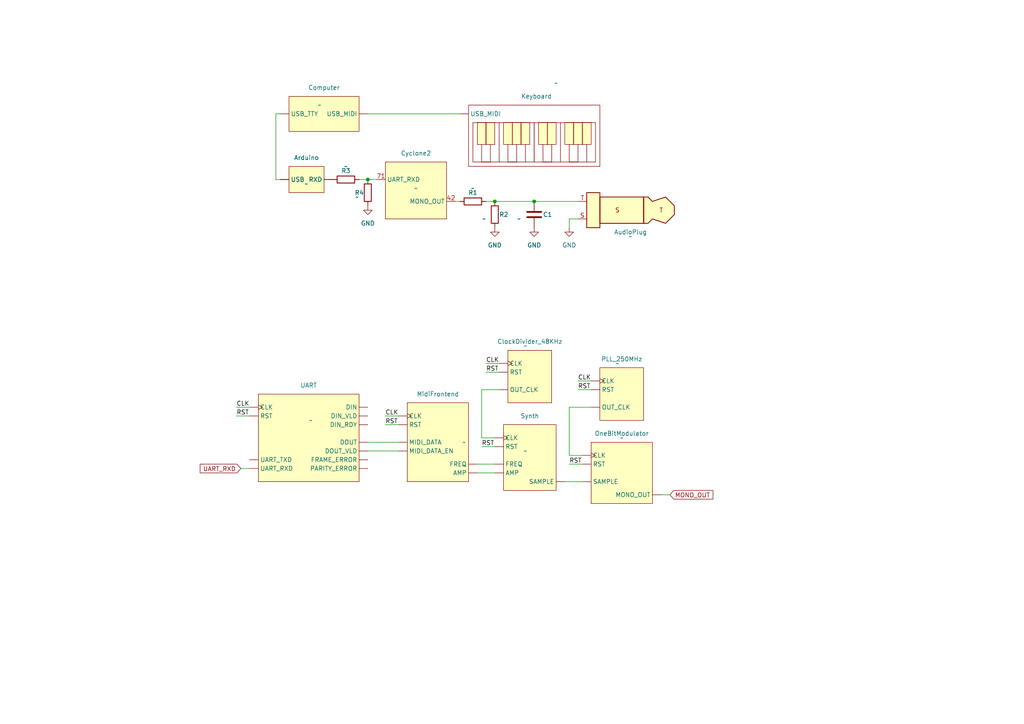
<source format=kicad_sch>
(kicad_sch (version 20230121) (generator eeschema)
  (paper "A4")
  (lib_symbols
    (symbol "Connector_Audio:AudioPlug2"
      (property "Reference" "J" (at 10.16 6.35 0))
      (property "Value" "AudioPlug2" (at 10.16 -6.35 0))
      (symbol "AudioPlug2_0_0"
        (text "S" (at 3.81 0 0) (effects (font (size 1.27 1.27))))
        (text "T" (at -8.89 0 0) (effects (font (size 1.27 1.27))))
      )
      (symbol "AudioPlug2_0_1"
        (rectangle (start -3.81 3.81) (end 8.89 -3.81) (stroke (width 0.254)) (fill (type background)))
        (polyline (pts (xy -3.81 3.81) (xy -5.08 3.81) (xy -6.35 2.54) (xy -10.16 3.81) (xy -12.7 1.27) (xy -12.7 -1.27) (xy -10.16 -3.81) (xy -6.35 -2.54) (xy -5.08 -3.81) (xy -3.81 -3.81) (xy -3.81 3.81)) (stroke (width 0.254)) (fill (type background)))
        (rectangle (start 12.7 5.08) (end 8.89 -5.08) (stroke (width 0.254)) (fill (type background)))
      )
      (symbol "AudioPlug2_1_1"
        (pin passive line (at 15.24 2.54 180) (length 2.54) (name "~") (number "S"))
        (pin passive line (at 15.24 -2.54 180) (length 2.54) (name "~") (number "T"))
      )
    )
    (symbol "Device:C" (pin_numbers hide) (pin_names (offset 0.254))
      (property "Reference" "C" (at 0.635 2.54 0))
      (property "Value" "C" (at 0.635 -2.54 0))
      (symbol "C_0_1"
        (polyline (pts (xy -2.032 -0.762) (xy 2.032 -0.762)) (stroke (width 0.508)))
        (polyline (pts (xy -2.032 0.762) (xy 2.032 0.762)) (stroke (width 0.508)))
      )
      (symbol "C_1_1"
        (pin passive line (at 0 3.81 270) (length 2.794) (name "~") (number "1"))
        (pin passive line (at 0 -3.81 90) (length 2.794) (name "~") (number "2"))
      )
    )
    (symbol "Device:R" (pin_numbers hide) (pin_names (offset 0))
      (property "Reference" "R" (at 2.032 0 90))
      (property "Value" "R" (at 0 0 90))
      (symbol "R_0_1"
        (rectangle (start -1.016 -2.54) (end 1.016 2.54) (stroke (width 0.254)))
      )
      (symbol "R_1_1"
        (pin passive line (at 0 3.81 270) (length 1.27) (name "~") (number "1"))
        (pin passive line (at 0 -3.81 90) (length 1.27) (name "~") (number "2"))
      )
    )
    (symbol "power:GND" (power) (pin_names (offset 0))
      (property "Value" "GND" (at 0 -3.81 0))
      (symbol "GND_0_1"
        (polyline (pts (xy 0 0) (xy 0 -1.27) (xy 1.27 -1.27) (xy 0 -2.54) (xy -1.27 -1.27) (xy 0 -1.27)))
      )
      (symbol "GND_1_1"
        (pin power_in line (at 0 0 270) (length 0) hide (name "GND") (number "1"))
      )
    )
    (symbol "practica_3:Arduino"
      (property "Reference" "Arduino" (at 0 6.35 0))
      (symbol "Arduino_1_1"
        (rectangle (start -5.08 5.08) (end 5.08 -2.54) (fill (type background)))
        (pin output line (at 7.62 1.27 180) (length 2.54) (name "RXD") (number ""))
        (pin bidirectional line (at -7.62 1.27 0) (length 2.54) (name "USB") (number ""))
      )
    )
    (symbol "practica_3:ClockDivider"
      (property "Reference" "ClockDivider" (at 0 0 0))
      (symbol "ClockDivider_1_1"
        (rectangle (start -6.35 -1.27) (end 6.35 -16.51) (fill (type background)))
        (pin input clock (at -8.89 -5.08 0) (length 2.54) (name "CLK") (number ""))
        (pin output line (at -8.89 -12.7 0) (length 2.54) (name "OUT_CLK") (number ""))
        (pin input line (at -8.89 -7.62 0) (length 2.54) (name "RST") (number ""))
      )
    )
    (symbol "practica_3:Computer"
      (property "Reference" "Computer" (at 1.27 5.08 0))
      (symbol "Computer_1_1"
        (rectangle (start -8.89 2.54) (end 11.43 -7.62) (fill (type background)))
        (pin input line (at 13.97 -2.54 180) (length 2.54) (name "USB_MIDI") (number ""))
        (pin output line (at -11.43 -2.54 0) (length 2.54) (name "USB_TTY") (number ""))
      )
    )
    (symbol "practica_3:Cyclone_2"
      (property "Reference" "Cyclone2" (at 0 8.89 0))
      (symbol "Cyclone_2_1_1"
        (rectangle (start -8.89 7.62) (end 8.89 -8.89) (fill (type background)))
        (pin output line (at 11.43 -3.81 180) (length 2.54) (name "MONO_OUT") (number "42"))
        (pin input line (at -11.43 2.54 0) (length 2.54) (name "UART_RXD") (number "71"))
      )
    )
    (symbol "practica_3:Keyboard"
      (property "Reference" "Keyboard" (at 0 10.16 0))
      (symbol "Keyboard_0_1"
        (rectangle (start -17.78 2.54) (end 0 -8.89))
        (polyline (pts (xy -10.16 2.54) (xy -10.16 -8.89)))
        (polyline (pts (xy -2.54 -3.81) (xy -2.54 -8.89)))
        (polyline (pts (xy 7.62 2.54) (xy 7.62 -8.89)))
        (polyline (pts (xy 15.24 -3.81) (xy 15.24 -8.89)))
        (polyline (pts (xy -15.24 -3.81) (xy -15.24 -8.89) (xy -12.7 -8.89) (xy -12.7 -3.81)))
        (polyline (pts (xy -7.62 -3.81) (xy -7.62 -8.89) (xy -5.08 -8.89) (xy -5.08 -3.81)))
        (polyline (pts (xy 2.54 -3.81) (xy 2.54 -8.89) (xy 5.08 -8.89) (xy 5.08 -3.81)))
        (polyline (pts (xy 10.16 -3.81) (xy 10.16 -8.89) (xy 12.7 -8.89) (xy 12.7 -3.81)))
        (rectangle (start 0 2.54) (end 17.78 -8.89))
      )
      (symbol "Keyboard_1_1"
        (rectangle (start -19.05 7.62) (end 19.05 -10.16))
        (rectangle (start -16.51 2.54) (end -13.97 -3.81) (fill (type background)))
        (rectangle (start -13.97 2.54) (end -11.43 -3.81) (fill (type background)))
        (rectangle (start -8.89 2.54) (end -6.35 -3.81) (fill (type background)))
        (rectangle (start -6.35 2.54) (end -3.81 -3.81) (fill (type background)))
        (rectangle (start -3.81 2.54) (end -1.27 -3.81) (fill (type background)))
        (rectangle (start 1.27 2.54) (end 3.81 -3.81) (fill (type background)))
        (rectangle (start 3.81 2.54) (end 6.35 -3.81) (fill (type background)))
        (rectangle (start 8.89 2.54) (end 11.43 -3.81) (fill (type background)))
        (rectangle (start 11.43 2.54) (end 13.97 -3.81) (fill (type background)))
        (rectangle (start 13.97 2.54) (end 16.51 -3.81) (fill (type background)))
        (pin output line (at -21.59 5.08 0) (length 2.54) (name "USB_MIDI") (number ""))
      )
    )
    (symbol "practica_3:MidiFrontend"
      (property "Reference" "MidiFrontend" (at 0 13.97 0))
      (symbol "MidiFrontend_1_1"
        (rectangle (start -8.89 11.43) (end 8.89 -11.43) (fill (type background)))
        (pin output line (at 11.43 -8.89 180) (length 2.54) (name "AMP") (number ""))
        (pin input clock (at -11.43 7.62 0) (length 2.54) (name "CLK") (number ""))
        (pin output line (at 11.43 -6.35 180) (length 2.54) (name "FREQ") (number ""))
        (pin input line (at -11.43 0 0) (length 2.54) (name "MIDI_DATA") (number ""))
        (pin input line (at -11.43 -2.54 0) (length 2.54) (name "MIDI_DATA_EN") (number ""))
        (pin input line (at -11.43 5.08 0) (length 2.54) (name "RST") (number ""))
      )
    )
    (symbol "practica_3:OneBitModulator"
      (property "Reference" "OneBitModulator" (at 0 1.27 0))
      (symbol "OneBitModulator_1_1"
        (rectangle (start -8.89 -1.27) (end 8.89 -19.05) (fill (type background)))
        (pin input clock (at -11.43 -5.08 0) (length 2.54) (name "CLK") (number ""))
        (pin output line (at 11.43 -16.51 180) (length 2.54) (name "MONO_OUT") (number ""))
        (pin input line (at -11.43 -7.62 0) (length 2.54) (name "RST") (number ""))
        (pin input line (at -11.43 -12.7 0) (length 2.54) (name "SAMPLE") (number ""))
      )
    )
    (symbol "practica_3:Synth"
      (property "Reference" "Synth" (at 0 10.16 0))
      (symbol "Synth_1_1"
        (rectangle (start -7.62 7.62) (end 7.62 -11.43) (fill (type background)))
        (pin input line (at -10.16 -6.35 0) (length 2.54) (name "AMP") (number ""))
        (pin input clock (at -10.16 3.81 0) (length 2.54) (name "CLK") (number ""))
        (pin input line (at -10.16 -3.81 0) (length 2.54) (name "FREQ") (number ""))
        (pin input line (at -10.16 1.27 0) (length 2.54) (name "RST") (number ""))
        (pin output line (at 10.16 -8.89 180) (length 2.54) (name "SAMPLE") (number ""))
      )
    )
    (symbol "practica_3:UART"
      (property "Reference" "UART" (at 0 10.16 0))
      (symbol "UART_1_1"
        (rectangle (start -15.24 7.62) (end 13.97 -17.78) (fill (type background)))
        (pin input clock (at -17.78 3.81 0) (length 2.54) (name "CLK") (number ""))
        (pin input line (at 16.51 3.81 180) (length 2.54) (name "DIN") (number ""))
        (pin output line (at 16.51 -1.27 180) (length 2.54) (name "DIN_RDY") (number ""))
        (pin input line (at 16.51 1.27 180) (length 2.54) (name "DIN_VLD") (number ""))
        (pin output line (at 16.51 -6.35 180) (length 2.54) (name "DOUT") (number ""))
        (pin output line (at 16.51 -8.89 180) (length 2.54) (name "DOUT_VLD") (number ""))
        (pin output line (at 16.51 -11.43 180) (length 2.54) (name "FRAME_ERROR") (number ""))
        (pin output line (at 16.51 -13.97 180) (length 2.54) (name "PARITY_ERROR") (number ""))
        (pin input line (at -17.78 1.27 0) (length 2.54) (name "RST") (number ""))
        (pin input line (at -17.78 -13.97 0) (length 2.54) (name "UART_RXD") (number ""))
        (pin output line (at -17.78 -11.43 0) (length 2.54) (name "UART_TXD") (number ""))
      )
    )
  )
  (junction (at 106.68 52.07))
  (junction (at 143.51 58.42))
  (junction (at 154.94 58.42))
  (wire (pts (xy 191.77 143.51) (xy 194.31 143.51)))
  (wire (pts (xy 140.97 107.95) (xy 144.78 107.95)))
  (wire (pts (xy 138.43 134.62) (xy 143.51 134.62)))
  (wire (pts (xy 106.68 128.27) (xy 115.57 128.27)))
  (wire (pts (xy 165.1 118.11) (xy 171.45 118.11)))
  (wire (pts (xy 138.43 137.16) (xy 143.51 137.16)))
  (wire (pts (xy 167.64 63.5) (xy 165.1 63.5)))
  (wire (pts (xy 140.97 58.42) (xy 143.51 58.42)))
  (wire (pts (xy 80.01 52.07) (xy 81.28 52.07)))
  (wire (pts (xy 68.58 118.11) (xy 72.39 118.11)))
  (wire (pts (xy 139.7 127) (xy 143.51 127)))
  (wire (pts (xy 165.1 132.08) (xy 168.91 132.08)))
  (wire (pts (xy 139.7 129.54) (xy 143.51 129.54)))
  (wire (pts (xy 106.68 130.81) (xy 115.57 130.81)))
  (wire (pts (xy 165.1 134.62) (xy 168.91 134.62)))
  (wire (pts (xy 139.7 113.03) (xy 144.78 113.03)))
  (wire (pts (xy 154.94 58.42) (xy 143.51 58.42)))
  (wire (pts (xy 106.68 33.02) (xy 133.35 33.02)))
  (wire (pts (xy 165.1 63.5) (xy 165.1 66.04)))
  (wire (pts (xy 104.14 52.07) (xy 106.68 52.07)))
  (wire (pts (xy 139.7 113.03) (xy 139.7 127)))
  (wire (pts (xy 163.83 139.7) (xy 168.91 139.7)))
  (wire (pts (xy 132.08 58.42) (xy 133.35 58.42)))
  (wire (pts (xy 80.01 52.07) (xy 80.01 33.02)))
  (wire (pts (xy 111.76 120.65) (xy 115.57 120.65)))
  (wire (pts (xy 165.1 132.08) (xy 165.1 118.11)))
  (wire (pts (xy 111.76 123.19) (xy 115.57 123.19)))
  (wire (pts (xy 140.97 105.41) (xy 144.78 105.41)))
  (wire (pts (xy 106.68 52.07) (xy 109.22 52.07)))
  (wire (pts (xy 167.64 58.42) (xy 154.94 58.42)))
  (wire (pts (xy 68.58 120.65) (xy 72.39 120.65)))
  (wire (pts (xy 80.01 33.02) (xy 81.28 33.02)))
  (wire (pts (xy 69.85 135.89) (xy 72.39 135.89)))
  (wire (pts (xy 167.64 110.49) (xy 171.45 110.49)))
  (wire (pts (xy 167.64 113.03) (xy 171.45 113.03)))
  (label "RST" (at 167.64 113.03 0))
  (label "RST" (at 139.7 129.54 0))
  (label "CLK" (at 167.64 110.49 0))
  (label "CLK" (at 111.76 120.65 0))
  (label "RST" (at 68.58 120.65 0))
  (label "CLK" (at 68.58 118.11 0))
  (label "RST" (at 165.1 134.62 0))
  (label "CLK" (at 140.97 105.41 0))
  (label "RST" (at 111.76 123.19 0))
  (label "RST" (at 140.97 107.95 0))
  (global_label "UART_RXD" (shape input) (at 69.85 135.89 180) (property "Intersheetrefs" "${INTERSHEET_REFS}" (effects hide)))
  (global_label "MONO_OUT" (shape input) (at 194.31 143.51 0) (property "Intersheetrefs" "${INTERSHEET_REFS}" (effects hide)))
  (symbol (lib_id "Device:R") (at 143.51 62.23 0) (mirror y) (unit 1)
    (property "Reference" "R2" (at 144.78 62.23 0) (effects (justify right)))
    (property "Value" "~" (at 140.97 63.5 0) (effects (justify left)))
  )
  (symbol (lib_id "practica_3:ClockDivider") (at 153.67 100.33 0) (unit 1)
    (property "Reference" "ClockDivider_48KHz" (at 153.67 99.06 0))
    (property "Value" "~" (at 152.4 100.33 0))
  )
  (symbol (lib_id "power:GND") (at 165.1 66.04 0) (mirror y) (unit 1)
    (property "Reference" "#PWR03" (effects hide))
    (property "Value" "GND" (at 165.1 71.12 0))
  )
  (symbol (lib_id "practica_3:Arduino") (at 88.9 53.34 0) (unit 1)
    (property "Reference" "Arduino" (at 88.9 45.72 0))
    (property "Value" "~" (at 88.9 53.34 0))
  )
  (symbol (lib_id "practica_3:Synth") (at 153.67 130.81 0) (unit 1)
    (property "Reference" "Synth" (at 153.67 120.65 0))
    (property "Value" "~" (at 152.4 130.81 0))
  )
  (symbol (lib_id "Device:R") (at 106.68 55.88 0) (mirror y) (unit 1)
    (property "Reference" "R4" (at 102.87 55.88 0) (effects (justify right)))
    (property "Value" "~" (at 104.14 57.15 0) (effects (justify left)))
  )
  (symbol (lib_id "practica_3:OneBitModulator") (at 180.34 127 0) (unit 1)
    (property "Reference" "OneBitModulator" (at 180.34 125.73 0))
    (property "Value" "~" (at 180.34 127 0))
  )
  (symbol (lib_id "practica_3:ClockDivider") (at 180.34 105.41 0) (unit 1)
    (property "Reference" "PLL_250MHz" (at 180.34 104.14 0))
    (property "Value" "~" (at 179.07 105.41 0))
  )
  (symbol (lib_id "Device:R") (at 137.16 58.42 90) (mirror x) (unit 1)
    (property "Reference" "R1" (at 137.16 55.88 90))
    (property "Value" "~" (at 137.16 54.61 90))
  )
  (symbol (lib_id "power:GND") (at 106.68 59.69 0) (mirror y) (unit 1)
    (property "Reference" "#PWR04" (effects hide))
    (property "Value" "GND" (at 106.68 64.77 0))
  )
  (symbol (lib_id "practica_3:Keyboard") (at 154.94 38.1 0) (unit 1)
    (property "Reference" "Keyboard" (at 151.13 27.94 0) (effects (justify left)))
    (property "Value" "~" (at 161.29 24.13 0))
  )
  (symbol (lib_id "Device:C") (at 154.94 62.23 0) (mirror y) (unit 1)
    (property "Reference" "C1" (at 157.48 62.23 0) (effects (justify right)))
    (property "Value" "~" (at 151.13 63.5 0) (effects (justify left)))
  )
  (symbol (lib_id "practica_3:Cyclone_2") (at 120.65 54.61 0) (unit 1)
    (property "Reference" "Cyclone2" (at 120.65 44.45 0))
    (property "Value" "~" (at 120.65 54.61 0))
  )
  (symbol (lib_id "Device:R") (at 100.33 52.07 90) (mirror x) (unit 1)
    (property "Reference" "R3" (at 100.33 49.53 90))
    (property "Value" "~" (at 100.33 48.26 90))
  )
  (symbol (lib_id "power:GND") (at 143.51 66.04 0) (mirror y) (unit 1)
    (property "Reference" "#PWR01" (effects hide))
    (property "Value" "GND" (at 143.51 71.12 0))
  )
  (symbol (lib_id "practica_3:Computer") (at 92.71 30.48 0) (unit 1)
    (property "Reference" "Computer" (at 93.98 25.4 0))
    (property "Value" "~" (at 92.71 30.48 0))
  )
  (symbol (lib_id "Connector_Audio:AudioPlug2") (at 182.88 60.96 180) (unit 1)
    (property "Reference" "AudioPlug" (at 182.88 67.31 0))
    (property "Value" "~" (at 182.88 68.58 0))
  )
  (symbol (lib_id "practica_3:MidiFrontend") (at 127 128.27 0) (unit 1)
    (property "Reference" "MidiFrontend" (at 127 114.3 0))
    (property "Value" "~" (at 134.62 128.27 0))
  )
  (symbol (lib_id "practica_3:UART") (at 90.17 121.92 0) (unit 1)
    (property "Reference" "UART" (at 89.535 111.76 0))
    (property "Value" "~" (at 90.17 121.92 0))
  )
  (symbol (lib_id "power:GND") (at 154.94 66.04 0) (mirror y) (unit 1)
    (property "Reference" "#PWR02" (effects hide))
    (property "Value" "GND" (at 154.94 71.12 0))
  )
)
</source>
